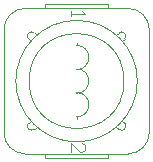
<source format=gm1>
G04*
G04 #@! TF.GenerationSoftware,Altium Limited,Altium Designer,19.0.13 (425)*
G04*
G04 Layer_Color=16711935*
%FSTAX24Y24*%
%MOIN*%
G70*
G01*
G75*
%ADD12C,0.0020*%
D12*
X0355Y042127D02*
G03*
X0348Y042827I-0007J0D01*
G01*
Y037984D02*
G03*
X0355Y038684I0J0007D01*
G01*
X030658D02*
G03*
X031358Y037984I0007J0D01*
G01*
Y042827D02*
G03*
X030658Y042127I0J-0007D01*
G01*
X03466Y040406D02*
G03*
X03466Y040406I-001581J0D01*
G01*
X035104D02*
G03*
X035104Y040406I-002025J0D01*
G01*
X031679Y042006D02*
G03*
X031479Y041806I-0001J-0001D01*
G01*
X034479Y038806D02*
G03*
X034679Y039006I0001J0001D01*
G01*
X034679Y041806D02*
G03*
X034479Y042006I-0001J0001D01*
G01*
X031479Y039006D02*
G03*
X031679Y038806I0001J-0001D01*
G01*
X033079Y04D02*
G03*
X033079Y040811I0J000405D01*
G01*
Y040788D02*
G03*
X033079Y041598I0J000405D01*
G01*
Y039213D02*
G03*
X033079Y040024I0J000405D01*
G01*
X0355Y038684D02*
Y042127D01*
X031358Y037984D02*
X0348D01*
X031358Y042827D02*
X0348D01*
X030658Y038684D02*
Y042127D01*
X034606Y041733D02*
X034679Y041806D01*
X031679Y038806D02*
X031752Y038878D01*
X031679Y042006D02*
X031752Y041933D01*
X034606Y039078D02*
X034679Y039006D01*
X031479D02*
X031552Y039078D01*
X031479Y041806D02*
X031552Y041733D01*
X034406Y038878D02*
X034479Y038806D01*
X034406Y041933D02*
X034479Y042006D01*
X034142Y042827D02*
Y042965D01*
X032016Y037847D02*
Y037984D01*
Y037847D02*
X034142D01*
Y037984D01*
X033079Y041598D02*
Y041665D01*
Y039146D02*
Y039213D01*
X032016Y042915D02*
Y042925D01*
Y042827D02*
Y042965D01*
X034142D01*
X032882Y042728D02*
Y042571D01*
Y04265D01*
X033355D01*
X033276Y042728D01*
X032882Y038043D02*
Y038358D01*
X033197Y038043D01*
X033276D01*
X033355Y038122D01*
Y03828D01*
X033276Y038358D01*
M02*

</source>
